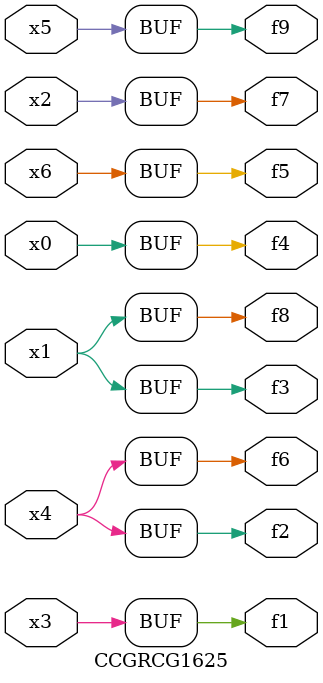
<source format=v>
module CCGRCG1625(
	input x0, x1, x2, x3, x4, x5, x6,
	output f1, f2, f3, f4, f5, f6, f7, f8, f9
);
	assign f1 = x3;
	assign f2 = x4;
	assign f3 = x1;
	assign f4 = x0;
	assign f5 = x6;
	assign f6 = x4;
	assign f7 = x2;
	assign f8 = x1;
	assign f9 = x5;
endmodule

</source>
